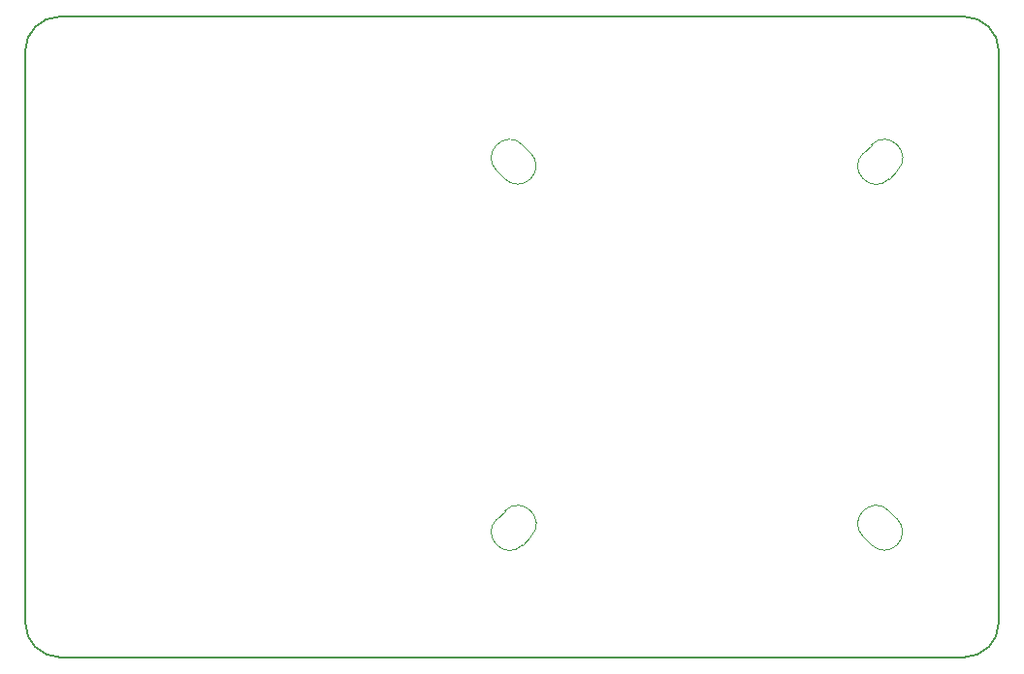
<source format=gm1>
G04 #@! TF.GenerationSoftware,KiCad,Pcbnew,7.0.7-7.0.7~ubuntu22.04.1*
G04 #@! TF.CreationDate,2023-10-22T18:43:05+02:00*
G04 #@! TF.ProjectId,bitaxeUltra,62697461-7865-4556-9c74-72612e6b6963,rev?*
G04 #@! TF.SameCoordinates,Original*
G04 #@! TF.FileFunction,Profile,NP*
%FSLAX46Y46*%
G04 Gerber Fmt 4.6, Leading zero omitted, Abs format (unit mm)*
G04 Created by KiCad (PCBNEW 7.0.7-7.0.7~ubuntu22.04.1) date 2023-10-22 18:43:05*
%MOMM*%
%LPD*%
G01*
G04 APERTURE LIST*
G04 #@! TA.AperFunction,Profile*
%ADD10C,0.150000*%
G04 #@! TD*
G04 #@! TA.AperFunction,Profile*
%ADD11C,0.100000*%
G04 #@! TD*
G04 APERTURE END LIST*
D10*
X258350000Y-108800000D02*
X258350000Y-58800000D01*
X173350000Y-58800000D02*
X173350000Y-108800000D01*
D11*
X248777817Y-99015076D02*
G75*
G03*
X246515076Y-101277817I-1131370J-1131371D01*
G01*
X216777817Y-67015076D02*
G75*
G03*
X214515076Y-69277817I-1131370J-1131371D01*
G01*
X247222183Y-101984924D02*
G75*
G03*
X249484924Y-99722183I1131371J1131370D01*
G01*
X214515078Y-99722185D02*
G75*
G03*
X216777816Y-101984923I1131369J-1131369D01*
G01*
D10*
X176350000Y-111800000D02*
X255350000Y-111800000D01*
D11*
X215222183Y-69984924D02*
X214515076Y-69277817D01*
X249484925Y-69277818D02*
G75*
G03*
X247222183Y-67015076I-1131371J1131371D01*
G01*
X248777817Y-99015076D02*
X249484924Y-99722183D01*
D10*
X176350000Y-55800000D02*
G75*
G03*
X173350000Y-58800000I0J-3000000D01*
G01*
D11*
X246515076Y-101277817D02*
X247222183Y-101984924D01*
X215222183Y-69984924D02*
G75*
G03*
X217484924Y-67722183I1131371J1131370D01*
G01*
D10*
X255350000Y-55800000D02*
X176350000Y-55800000D01*
D11*
X217484925Y-101277818D02*
G75*
G03*
X215222183Y-99015076I-1131371J1131371D01*
G01*
X249484924Y-69277817D02*
X248777817Y-69984924D01*
D10*
X255350000Y-111800000D02*
G75*
G03*
X258350000Y-108800000I0J3000000D01*
G01*
D11*
X246515078Y-67722185D02*
G75*
G03*
X248777816Y-69984923I1131369J-1131369D01*
G01*
X214515076Y-99722183D02*
X215222183Y-99015076D01*
D10*
X258350000Y-58800000D02*
G75*
G03*
X255350000Y-55800000I-3000000J0D01*
G01*
D11*
X247222183Y-67015076D02*
X246515076Y-67722183D01*
X217484924Y-67722183D02*
X216777817Y-67015076D01*
X216777817Y-101984924D02*
X217484924Y-101277817D01*
D10*
X173350000Y-108800000D02*
G75*
G03*
X176350000Y-111800000I3000000J0D01*
G01*
M02*

</source>
